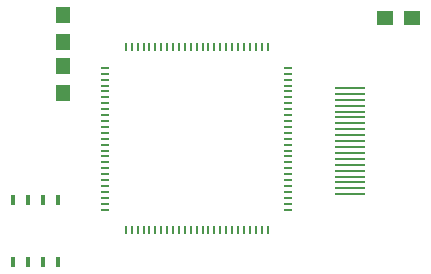
<source format=gtp>
%FSLAX24Y24*%
%MOIN*%
G04 EasyPC Gerber Version 16.0.6 Build 3249 *
%ADD95R,0.00860X0.02750*%
%ADD137R,0.01765X0.03537*%
%ADD80R,0.05100X0.05600*%
%ADD94R,0.02750X0.00860*%
%ADD96R,0.09836X0.00978*%
%ADD79R,0.05600X0.05100*%
X0Y0D02*
D02*
D79*
X14851Y13735D03*
X15751D03*
D02*
D80*
X4100Y11218D03*
Y12118D03*
Y12931D03*
Y13831D03*
D02*
D94*
X5517Y7337D03*
Y7534D03*
Y7731D03*
Y7928D03*
Y8125D03*
Y8322D03*
Y8518D03*
Y8715D03*
Y8912D03*
Y9109D03*
Y9306D03*
Y9503D03*
Y9700D03*
Y9896D03*
Y10093D03*
Y10290D03*
Y10487D03*
Y10684D03*
Y10881D03*
Y11077D03*
Y11274D03*
Y11471D03*
Y11668D03*
Y11865D03*
Y12062D03*
X11619Y7337D03*
Y7534D03*
Y7731D03*
Y7928D03*
Y8125D03*
Y8322D03*
Y8518D03*
Y8715D03*
Y8912D03*
Y9109D03*
Y9306D03*
Y9503D03*
Y9700D03*
Y9896D03*
Y10093D03*
Y10290D03*
Y10487D03*
Y10684D03*
Y10881D03*
Y11077D03*
Y11274D03*
Y11471D03*
Y11668D03*
Y11865D03*
Y12062D03*
D02*
D95*
X6206Y6648D03*
Y12751D03*
X6403Y6648D03*
Y12751D03*
X6600Y6648D03*
Y12751D03*
X6797Y6648D03*
Y12751D03*
X6994Y6648D03*
Y12751D03*
X7190Y6648D03*
Y12751D03*
X7387Y6648D03*
Y12751D03*
X7584Y6648D03*
Y12751D03*
X7781Y6648D03*
Y12751D03*
X7978Y6648D03*
Y12751D03*
X8175Y6648D03*
Y12751D03*
X8371Y6648D03*
Y12751D03*
X8568Y6648D03*
Y12751D03*
X8765Y6648D03*
Y12751D03*
X8962Y6648D03*
Y12751D03*
X9159Y6648D03*
Y12751D03*
X9356Y6648D03*
Y12751D03*
X9553Y6648D03*
Y12751D03*
X9749Y6648D03*
Y12751D03*
X9946Y6648D03*
Y12751D03*
X10143Y6648D03*
Y12751D03*
X10340Y6648D03*
Y12751D03*
X10537Y6648D03*
Y12751D03*
X10734Y6648D03*
Y12751D03*
X10931Y6648D03*
Y12751D03*
D02*
D96*
X13667Y7849D03*
Y8046D03*
Y8243D03*
Y8440D03*
Y8637D03*
Y8833D03*
Y9030D03*
Y9227D03*
Y9424D03*
Y9621D03*
Y9818D03*
Y10014D03*
Y10211D03*
Y10408D03*
Y10605D03*
Y10802D03*
Y10999D03*
Y11196D03*
Y11392D03*
D02*
D137*
X2444Y5585D03*
Y7672D03*
X2944Y5585D03*
Y7672D03*
X3444Y5585D03*
Y7672D03*
X3944Y5585D03*
Y7672D03*
X0Y0D02*
M02*

</source>
